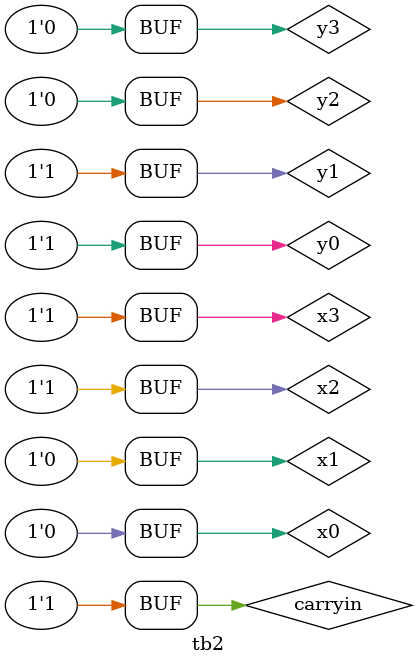
<source format=v>
`timescale 1ns/1ns
`include "adder4.v"
`include "fulladd.v"

module tb2();
reg carryin,x3,x2,x1,x0,y3,y2,y1,y0;
wire s3,s2,s1,s0,carryout;

adder4 dut(carryin,x3,x2,x1,x0,y3,y2,y1,y0,s3,s2,s1,s0,carryout);

initial begin
    $dumpfile("tb2.vcd");
    $dumpvars(0,tb2);

    carryin=0; x3=0;x2=0;x1=0;x0=1; y3=0;y2=0;y1=0;y0=1; #10;
    carryin=0; x3=1;x2=0;x1=1;x0=1; y3=0;y2=1;y1=0;y0=0; #10;
    carryin=1; x3=1;x2=1;x1=0;x0=0; y3=0;y2=0;y1=1;y0=1; #10;

    $display("Test complete");
end
endmodule

</source>
